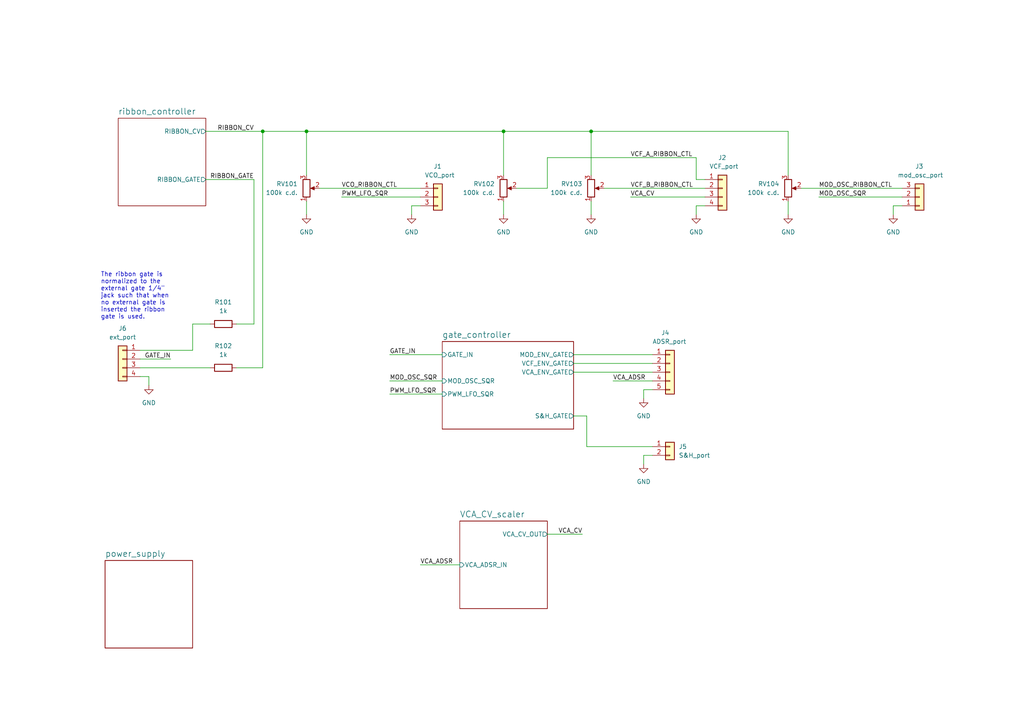
<source format=kicad_sch>
(kicad_sch (version 20211123) (generator eeschema)
  (paper "A4")
  (title_block (title "Josh Ox Ribbon Synth Ribbon board") (date "2022-06-17") (rev "0") (comment 1 "creativecommons.org/licences/by/4.0") (comment 2 "license: CC by 4.0") (comment 3 "Author: Jordan Aceto"))
  (lib_symbols
    (symbol "Connector_Generic:Conn_01x02" (pin_names (offset 1.016) hide)
      (property "Reference" "J" (at 0 2.54 0))
      (property "Value" "Conn_01x02" (at 0 -5.08 0))
      (symbol "Conn_01x02_1_1"
        (rectangle (start -1.27 -2.413) (end 0 -2.667) (stroke (width 0.1524)))
        (rectangle (start -1.27 0.127) (end 0 -0.127) (stroke (width 0.1524)))
        (rectangle (start -1.27 1.27) (end 1.27 -3.81) (stroke (width 0.254)) (fill (type background)))
        (pin passive line (at -5.08 0 0) (length 3.81) (name "Pin_1") (number "1"))
        (pin passive line (at -5.08 -2.54 0) (length 3.81) (name "Pin_2") (number "2"))
      )
    )
    (symbol "Connector_Generic:Conn_01x03" (pin_names (offset 1.016) hide)
      (property "Reference" "J" (at 0 5.08 0))
      (property "Value" "Conn_01x03" (at 0 -5.08 0))
      (symbol "Conn_01x03_1_1"
        (rectangle (start -1.27 -2.413) (end 0 -2.667) (stroke (width 0.1524)))
        (rectangle (start -1.27 0.127) (end 0 -0.127) (stroke (width 0.1524)))
        (rectangle (start -1.27 2.667) (end 0 2.413) (stroke (width 0.1524)))
        (rectangle (start -1.27 3.81) (end 1.27 -3.81) (stroke (width 0.254)) (fill (type background)))
        (pin passive line (at -5.08 2.54 0) (length 3.81) (name "Pin_1") (number "1"))
        (pin passive line (at -5.08 0 0) (length 3.81) (name "Pin_2") (number "2"))
        (pin passive line (at -5.08 -2.54 0) (length 3.81) (name "Pin_3") (number "3"))
      )
    )
    (symbol "Connector_Generic:Conn_01x04" (pin_names (offset 1.016) hide)
      (property "Reference" "J" (at 0 5.08 0))
      (property "Value" "Conn_01x04" (at 0 -7.62 0))
      (symbol "Conn_01x04_1_1"
        (rectangle (start -1.27 -4.953) (end 0 -5.207) (stroke (width 0.1524)))
        (rectangle (start -1.27 -2.413) (end 0 -2.667) (stroke (width 0.1524)))
        (rectangle (start -1.27 0.127) (end 0 -0.127) (stroke (width 0.1524)))
        (rectangle (start -1.27 2.667) (end 0 2.413) (stroke (width 0.1524)))
        (rectangle (start -1.27 3.81) (end 1.27 -6.35) (stroke (width 0.254)) (fill (type background)))
        (pin passive line (at -5.08 2.54 0) (length 3.81) (name "Pin_1") (number "1"))
        (pin passive line (at -5.08 0 0) (length 3.81) (name "Pin_2") (number "2"))
        (pin passive line (at -5.08 -2.54 0) (length 3.81) (name "Pin_3") (number "3"))
        (pin passive line (at -5.08 -5.08 0) (length 3.81) (name "Pin_4") (number "4"))
      )
    )
    (symbol "Connector_Generic:Conn_01x05" (pin_names (offset 1.016) hide)
      (property "Reference" "J" (at 0 7.62 0))
      (property "Value" "Conn_01x05" (at 0 -7.62 0))
      (symbol "Conn_01x05_1_1"
        (rectangle (start -1.27 -4.953) (end 0 -5.207) (stroke (width 0.1524)))
        (rectangle (start -1.27 -2.413) (end 0 -2.667) (stroke (width 0.1524)))
        (rectangle (start -1.27 0.127) (end 0 -0.127) (stroke (width 0.1524)))
        (rectangle (start -1.27 2.667) (end 0 2.413) (stroke (width 0.1524)))
        (rectangle (start -1.27 5.207) (end 0 4.953) (stroke (width 0.1524)))
        (rectangle (start -1.27 6.35) (end 1.27 -6.35) (stroke (width 0.254)) (fill (type background)))
        (pin passive line (at -5.08 5.08 0) (length 3.81) (name "Pin_1") (number "1"))
        (pin passive line (at -5.08 2.54 0) (length 3.81) (name "Pin_2") (number "2"))
        (pin passive line (at -5.08 0 0) (length 3.81) (name "Pin_3") (number "3"))
        (pin passive line (at -5.08 -2.54 0) (length 3.81) (name "Pin_4") (number "4"))
        (pin passive line (at -5.08 -5.08 0) (length 3.81) (name "Pin_5") (number "5"))
      )
    )
    (symbol "Device:R" (pin_numbers hide) (pin_names (offset 0))
      (property "Reference" "R" (at 2.032 0 90))
      (property "Value" "R" (at 0 0 90))
      (symbol "R_0_1"
        (rectangle (start -1.016 -2.54) (end 1.016 2.54) (stroke (width 0.254)))
      )
      (symbol "R_1_1"
        (pin passive line (at 0 3.81 270) (length 1.27) (name "~") (number "1"))
        (pin passive line (at 0 -3.81 90) (length 1.27) (name "~") (number "2"))
      )
    )
    (symbol "Device:R_Potentiometer" (pin_names (offset 1.016) hide)
      (property "Reference" "RV" (at -4.445 0 90))
      (property "Value" "R_Potentiometer" (at -2.54 0 90))
      (symbol "R_Potentiometer_0_1"
        (polyline (pts (xy 2.54 0) (xy 1.524 0)))
        (polyline (pts (xy 1.143 0) (xy 2.286 0.508) (xy 2.286 -0.508) (xy 1.143 0)) (fill (type outline)))
        (rectangle (start 1.016 2.54) (end -1.016 -2.54) (stroke (width 0.254)))
      )
      (symbol "R_Potentiometer_1_1"
        (pin passive line (at 0 3.81 270) (length 1.27) (name "1") (number "1"))
        (pin passive line (at 3.81 0 180) (length 1.27) (name "2") (number "2"))
        (pin passive line (at 0 -3.81 90) (length 1.27) (name "3") (number "3"))
      )
    )
    (symbol "power:GND" (power) (pin_names (offset 0))
      (property "Value" "GND" (at 0 -3.81 0))
      (symbol "GND_0_1"
        (polyline (pts (xy 0 0) (xy 0 -1.27) (xy 1.27 -1.27) (xy 0 -2.54) (xy -1.27 -1.27) (xy 0 -1.27)))
      )
      (symbol "GND_1_1"
        (pin power_in line (at 0 0 270) (length 0) hide (name "GND") (number "1"))
      )
    )
  )
  (junction (at 146.05 38.1))
  (junction (at 88.9 38.1))
  (junction (at 76.2 38.1))
  (junction (at 171.45 38.1))
  (wire (pts (xy 201.93 59.69) (xy 201.93 62.23)))
  (wire (pts (xy 146.05 50.8) (xy 146.05 38.1)))
  (wire (pts (xy 43.18 109.22) (xy 40.64 109.22)))
  (wire (pts (xy 88.9 58.42) (xy 88.9 62.23)))
  (wire (pts (xy 175.26 54.61) (xy 204.47 54.61)))
  (wire (pts (xy 166.37 105.41) (xy 189.23 105.41)))
  (wire (pts (xy 149.86 54.61) (xy 158.75 54.61)))
  (wire (pts (xy 182.88 57.15) (xy 204.47 57.15)))
  (wire (pts (xy 170.18 120.65) (xy 170.18 129.54)))
  (wire (pts (xy 168.91 154.94) (xy 158.75 154.94)))
  (wire (pts (xy 259.08 59.69) (xy 261.62 59.69)))
  (wire (pts (xy 119.38 59.69) (xy 119.38 62.23)))
  (wire (pts (xy 40.64 106.68) (xy 60.96 106.68)))
  (wire (pts (xy 186.69 113.03) (xy 189.23 113.03)))
  (wire (pts (xy 232.41 54.61) (xy 261.62 54.61)))
  (wire (pts (xy 171.45 58.42) (xy 171.45 62.23)))
  (wire (pts (xy 237.49 57.15) (xy 261.62 57.15)))
  (wire (pts (xy 186.69 132.08) (xy 189.23 132.08)))
  (wire (pts (xy 166.37 102.87) (xy 189.23 102.87)))
  (wire (pts (xy 158.75 54.61) (xy 158.75 45.72)))
  (wire (pts (xy 88.9 38.1) (xy 88.9 50.8)))
  (wire (pts (xy 201.93 45.72) (xy 201.93 52.07)))
  (wire (pts (xy 171.45 38.1) (xy 171.45 50.8)))
  (wire (pts (xy 186.69 113.03) (xy 186.69 115.57)))
  (wire (pts (xy 146.05 38.1) (xy 171.45 38.1)))
  (wire (pts (xy 201.93 59.69) (xy 204.47 59.69)))
  (wire (pts (xy 76.2 38.1) (xy 76.2 106.68)))
  (wire (pts (xy 119.38 59.69) (xy 121.92 59.69)))
  (wire (pts (xy 43.18 109.22) (xy 43.18 111.76)))
  (wire (pts (xy 171.45 38.1) (xy 228.6 38.1)))
  (wire (pts (xy 228.6 58.42) (xy 228.6 62.23)))
  (wire (pts (xy 201.93 52.07) (xy 204.47 52.07)))
  (wire (pts (xy 99.06 57.15) (xy 121.92 57.15)))
  (wire (pts (xy 113.03 110.49) (xy 128.27 110.49)))
  (wire (pts (xy 166.37 120.65) (xy 170.18 120.65)))
  (wire (pts (xy 186.69 132.08) (xy 186.69 134.62)))
  (wire (pts (xy 166.37 107.95) (xy 189.23 107.95)))
  (wire (pts (xy 158.75 45.72) (xy 201.93 45.72)))
  (wire (pts (xy 113.03 114.3) (xy 128.27 114.3)))
  (wire (pts (xy 55.88 93.98) (xy 60.96 93.98)))
  (wire (pts (xy 76.2 38.1) (xy 88.9 38.1)))
  (wire (pts (xy 73.66 93.98) (xy 73.66 52.07)))
  (wire (pts (xy 68.58 106.68) (xy 76.2 106.68)))
  (wire (pts (xy 68.58 93.98) (xy 73.66 93.98)))
  (wire (pts (xy 40.64 104.14) (xy 49.53 104.14)))
  (wire (pts (xy 40.64 101.6) (xy 55.88 101.6)))
  (wire (pts (xy 113.03 102.87) (xy 128.27 102.87)))
  (wire (pts (xy 121.92 163.83) (xy 133.35 163.83)))
  (wire (pts (xy 55.88 101.6) (xy 55.88 93.98)))
  (wire (pts (xy 259.08 59.69) (xy 259.08 62.23)))
  (wire (pts (xy 170.18 129.54) (xy 189.23 129.54)))
  (wire (pts (xy 59.69 38.1) (xy 76.2 38.1)))
  (wire (pts (xy 228.6 50.8) (xy 228.6 38.1)))
  (wire (pts (xy 146.05 58.42) (xy 146.05 62.23)))
  (wire (pts (xy 177.8 110.49) (xy 189.23 110.49)))
  (wire (pts (xy 92.71 54.61) (xy 121.92 54.61)))
  (wire (pts (xy 59.69 52.07) (xy 73.66 52.07)))
  (wire (pts (xy 88.9 38.1) (xy 146.05 38.1)))
  (text "The ribbon gate is\nnormalized to the\nexternal gate 1/4\"\njack such that when\nno external gate is\ninserted the ribbon\ngate is used." (at 29.21 92.71 0) (effects (font (size 1.27 1.27)) (justify left bottom)))
  (label "PWM_LFO_SQR" (at 99.06 57.15 0))
  (label "VCF_A_RIBBON_CTL" (at 182.88 45.72 0))
  (label "VCO_RIBBON_CTL" (at 99.06 54.61 0))
  (label "VCA_CV" (at 182.88 57.15 0))
  (label "GATE_IN" (at 113.03 102.87 0))
  (label "MOD_OSC_RIBBON_CTL" (at 237.49 54.61 0))
  (label "MOD_OSC_SQR" (at 237.49 57.15 0))
  (label "VCA_ADSR" (at 177.8 110.49 0))
  (label "VCF_B_RIBBON_CTL" (at 182.88 54.61 0))
  (label "GATE_IN" (at 49.53 104.14 180))
  (label "MOD_OSC_SQR" (at 113.03 110.49 0))
  (label "VCA_CV" (at 168.91 154.94 180))
  (label "VCA_ADSR" (at 121.92 163.83 0))
  (label "RIBBON_GATE" (at 73.66 52.07 180))
  (label "PWM_LFO_SQR" (at 113.03 114.3 0))
  (label "RIBBON_CV" (at 73.66 38.1 180))
  (symbol (lib_id "power:GND") (at 43.18 111.76 0) (mirror y) (unit 1)
    (property "Reference" "#PWR0101" (effects hide))
    (property "Value" "GND" (at 43.18 116.84 0))
  )
  (symbol (lib_id "Device:R") (at 64.77 93.98 90) (unit 1)
    (property "Reference" "R101" (at 64.77 87.63 90))
    (property "Value" "1k" (at 64.77 90.17 90))
    (property "Footprint" "Resistor_SMD:R_0805_2012Metric" (effects hide))
  )
  (symbol (lib_id "power:GND") (at 146.05 62.23 0) (unit 1)
    (property "Reference" "#PWR0104" (effects hide))
    (property "Value" "GND" (at 146.05 67.31 0))
  )
  (symbol (lib_id "Device:R") (at 64.77 106.68 90) (unit 1)
    (property "Reference" "R102" (at 64.77 100.33 90))
    (property "Value" "1k" (at 64.77 102.87 90))
    (property "Footprint" "Resistor_SMD:R_0805_2012Metric" (effects hide))
  )
  (symbol (lib_id "Connector_Generic:Conn_01x02") (at 194.31 129.54 0) (unit 1)
    (property "Reference" "J5" (at 196.85 129.5399 0) (effects (justify left)))
    (property "Value" "S&H_port" (at 196.85 132.0799 0) (effects (justify left)))
    (property "Footprint" "Connector_Molex:Molex_KK-254_AE-6410-02A_1x02_P2.54mm_Vertical" (effects hide))
  )
  (symbol (lib_id "power:GND") (at 88.9 62.23 0) (unit 1)
    (property "Reference" "#PWR0102" (effects hide))
    (property "Value" "GND" (at 88.9 67.31 0))
  )
  (symbol (lib_id "Connector_Generic:Conn_01x03") (at 266.7 57.15 0) (mirror x) (unit 1)
    (property "Reference" "J3" (at 265.43 48.26 0) (effects (justify left)))
    (property "Value" "mod_osc_port" (at 260.35 50.8 0) (effects (justify left)))
    (property "Footprint" "Connector_Molex:Molex_KK-254_AE-6410-03A_1x03_P2.54mm_Vertical" (effects hide))
  )
  (symbol (lib_id "power:GND") (at 171.45 62.23 0) (unit 1)
    (property "Reference" "#PWR0105" (effects hide))
    (property "Value" "GND" (at 171.45 67.31 0))
  )
  (symbol (lib_id "Device:R_Potentiometer") (at 146.05 54.61 0) (mirror x) (unit 1)
    (property "Reference" "RV102" (at 143.51 53.3399 0) (effects (justify right)))
    (property "Value" "100k c.d." (at 143.51 55.8799 0) (effects (justify right)))
    (property "Footprint" "Potentiometer_THT:Potentiometer_Alpha_RD901F-40-00D_Single_Vertical" (effects hide))
  )
  (symbol (lib_id "Device:R_Potentiometer") (at 171.45 54.61 0) (mirror x) (unit 1)
    (property "Reference" "RV103" (at 168.91 53.3399 0) (effects (justify right)))
    (property "Value" "100k c.d." (at 168.91 55.8799 0) (effects (justify right)))
    (property "Footprint" "Potentiometer_THT:Potentiometer_Alpha_RD901F-40-00D_Single_Vertical" (effects hide))
  )
  (symbol (lib_id "Connector_Generic:Conn_01x05") (at 194.31 107.95 0) (unit 1)
    (property "Reference" "J4" (at 191.77 96.52 0) (effects (justify left)))
    (property "Value" "ADSR_port" (at 189.23 99.06 0) (effects (justify left)))
    (property "Footprint" "Connector_Molex:Molex_KK-254_AE-6410-05A_1x05_P2.54mm_Vertical" (effects hide))
  )
  (symbol (lib_id "power:GND") (at 186.69 134.62 0) (unit 1)
    (property "Reference" "#PWR0107" (effects hide))
    (property "Value" "GND" (at 186.69 139.7 0))
  )
  (symbol (lib_id "Device:R_Potentiometer") (at 228.6 54.61 0) (mirror x) (unit 1)
    (property "Reference" "RV104" (at 226.06 53.3399 0) (effects (justify right)))
    (property "Value" "100k c.d." (at 226.06 55.8799 0) (effects (justify right)))
    (property "Footprint" "Potentiometer_THT:Potentiometer_Alpha_RD901F-40-00D_Single_Vertical" (effects hide))
  )
  (symbol (lib_id "power:GND") (at 259.08 62.23 0) (unit 1)
    (property "Reference" "#PWR0110" (effects hide))
    (property "Value" "GND" (at 259.08 67.31 0))
  )
  (symbol (lib_id "Connector_Generic:Conn_01x03") (at 127 57.15 0) (unit 1)
    (property "Reference" "J1" (at 125.73 48.26 0) (effects (justify left)))
    (property "Value" "VCO_port" (at 123.19 50.8 0) (effects (justify left)))
    (property "Footprint" "Connector_Molex:Molex_KK-254_AE-6410-03A_1x03_P2.54mm_Vertical" (effects hide))
  )
  (symbol (lib_id "power:GND") (at 228.6 62.23 0) (unit 1)
    (property "Reference" "#PWR0109" (effects hide))
    (property "Value" "GND" (at 228.6 67.31 0))
  )
  (symbol (lib_id "Connector_Generic:Conn_01x04") (at 35.56 104.14 0) (mirror y) (unit 1)
    (property "Reference" "J6" (at 35.56 95.25 0))
    (property "Value" "ext_port" (at 35.56 97.79 0))
    (property "Footprint" "Connector_Molex:Molex_KK-254_AE-6410-04A_1x04_P2.54mm_Vertical" (effects hide))
  )
  (symbol (lib_id "power:GND") (at 119.38 62.23 0) (unit 1)
    (property "Reference" "#PWR0103" (effects hide))
    (property "Value" "GND" (at 119.38 67.31 0))
  )
  (symbol (lib_id "Connector_Generic:Conn_01x04") (at 209.55 54.61 0) (unit 1)
    (property "Reference" "J2" (at 208.28 45.72 0) (effects (justify left)))
    (property "Value" "VCF_port" (at 205.74 48.26 0) (effects (justify left)))
    (property "Footprint" "Connector_Molex:Molex_KK-254_AE-6410-04A_1x04_P2.54mm_Vertical" (effects hide))
  )
  (symbol (lib_id "power:GND") (at 201.93 62.23 0) (unit 1)
    (property "Reference" "#PWR0108" (effects hide))
    (property "Value" "GND" (at 201.93 67.31 0))
  )
  (symbol (lib_id "Device:R_Potentiometer") (at 88.9 54.61 0) (mirror x) (unit 1)
    (property "Reference" "RV101" (at 86.36 53.3399 0) (effects (justify right)))
    (property "Value" "100k c.d." (at 86.36 55.8799 0) (effects (justify right)))
    (property "Footprint" "Potentiometer_THT:Potentiometer_Alpha_RD901F-40-00D_Single_Vertical" (effects hide))
  )
  (symbol (lib_id "power:GND") (at 186.69 115.57 0) (unit 1)
    (property "Reference" "#PWR0106" (effects hide))
    (property "Value" "GND" (at 186.69 120.65 0))
  )
  (sheet (at 34.29 34.29) (size 25.4 25.4) (stroke (width 0.1524))
    (property "Sheet name" "ribbon_controller" (at 34.29 33.3384 0) (effects (font (size 1.75 1.75)) (justify left bottom)))
    (property "Sheet file" "ribbon_controller.kicad_sch" (effects hide))
    (pin "RIBBON_GATE" output (at 59.69 52.07 0))
    (pin "RIBBON_CV" output (at 59.69 38.1 0))
  )
  (sheet (at 30.48 162.56) (size 25.4 25.4) (stroke (width 0.1524))
    (property "Sheet name" "power_supply" (at 30.48 161.6084 0) (effects (font (size 1.75 1.75)) (justify left bottom)))
    (property "Sheet file" "power_supply.kicad_sch" (effects hide))
  )
  (sheet (at 133.35 151.13) (size 25.4 25.4) (stroke (width 0.1524))
    (property "Sheet name" "VCA_CV_scaler" (at 133.35 150.1784 0) (effects (font (size 1.75 1.75)) (justify left bottom)))
    (property "Sheet file" "VCA_CV_scaler.kicad_sch" (effects hide))
    (pin "VCA_CV_OUT" output (at 158.75 154.94 0))
    (pin "VCA_ADSR_IN" input (at 133.35 163.83 180))
  )
  (sheet (at 128.27 99.06) (size 38.1 25.4) (stroke (width 0.1524))
    (property "Sheet name" "gate_controller" (at 128.27 98.1084 0) (effects (font (size 1.75 1.75)) (justify left bottom)))
    (property "Sheet file" "gate_controller.kicad_sch" (effects hide))
    (pin "GATE_IN" input (at 128.27 102.87 180))
    (pin "MOD_OSC_SQR" input (at 128.27 110.49 180))
    (pin "PWM_LFO_SQR" input (at 128.27 114.3 180))
    (pin "VCF_ENV_GATE" output (at 166.37 105.41 0))
    (pin "MOD_ENV_GATE" output (at 166.37 102.87 0))
    (pin "VCA_ENV_GATE" output (at 166.37 107.95 0))
    (pin "S&H_GATE" output (at 166.37 120.65 0))
  )
)
</source>
